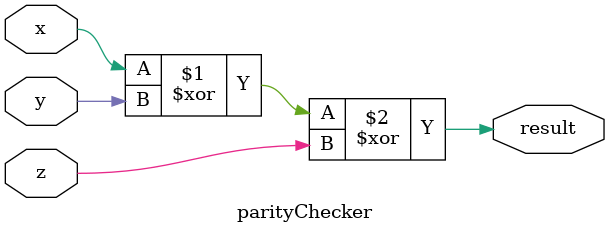
<source format=v>
`timescale 1ns/1ps

module parityChecker(x, y, z, result);//parityChecker modülünün tanımlanması
  
  input wire x, y, z;	//3 giriş 
  //girişlerin toplamı tek sayı ise 1, çift ise 0 dönmeli. bunun için XOR'lamak işe yarayabilir.
  output wire result;   
  assign result = x^y^z;	// 3 girişin XOR'lanmış hali
  
endmodule

</source>
